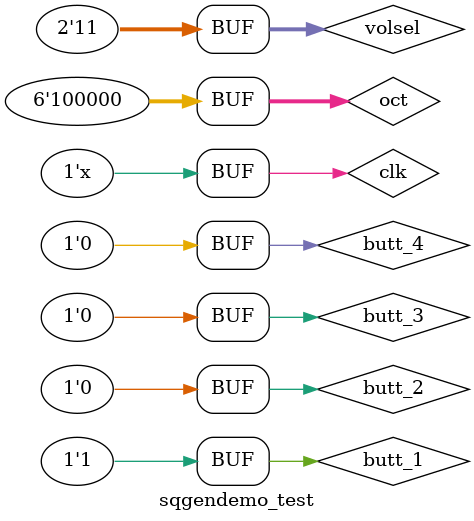
<source format=v>
`timescale 20ns / 1ns
module sqgendemo_test(
    );

reg clk;
reg butt_1, butt_2, butt_3, butt_4;
reg [5:0] oct;
reg [1:0] volsel;
wire [7:0] audio_out;
//reg wavesel;


sqgendemo UUT (clk, butt_1, butt_2, butt_3, butt_4, oct, volsel, audio_out
    );

initial begin
#1 butt_2 = 0;
#1 butt_3 = 0;
#1 butt_4 = 0;
#1 butt_4 = 1;
#10 butt_4 = 0;
#1 clk = 0;
#1 volsel = 2'b11;
#1 oct = 6'b000000;
#1000000 butt_1 = 1;


#5000000 oct = 6'b100000;



//#1 wavesel = 0;
//#5000000 butt_3 = 1;
#10000000 butt_1 = 0;
#10000000 butt_1 = 1;

//#1		 butt_2 = 1;
//#10000000 butt_2 = 0;

end



always
begin
#1 clk = ~clk;
end

endmodule

</source>
